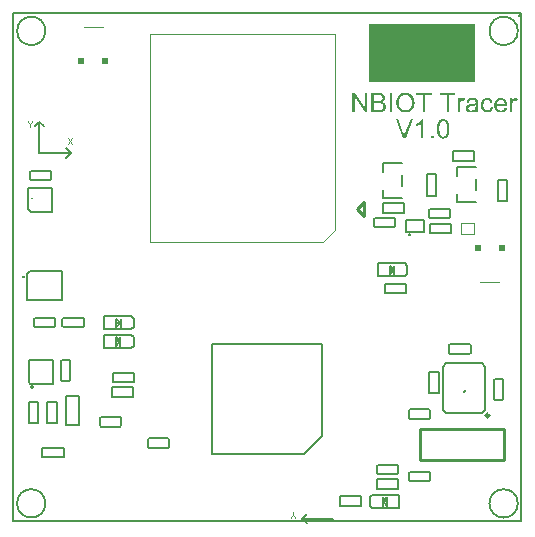
<source format=gto>
%FSLAX25Y25*%
%MOIN*%
G70*
G01*
G75*
%ADD10C,0.01500*%
%ADD11C,0.02000*%
%ADD12R,0.02362X0.02362*%
%ADD13R,0.05000X0.07874*%
%ADD14R,0.05000X0.05000*%
%ADD15R,0.04800X0.05600*%
%ADD16R,0.02362X0.02362*%
%ADD17R,0.02756X0.03347*%
%ADD18O,0.06299X0.01181*%
%ADD19O,0.01181X0.06299*%
%ADD20R,0.06299X0.01181*%
%ADD21C,0.03937*%
G04:AMPARAMS|DCode=22|XSize=41.34mil|YSize=86.61mil|CornerRadius=6.2mil|HoleSize=0mil|Usage=FLASHONLY|Rotation=0.000|XOffset=0mil|YOffset=0mil|HoleType=Round|Shape=RoundedRectangle|*
%AMROUNDEDRECTD22*
21,1,0.04134,0.07421,0,0,0.0*
21,1,0.02894,0.08661,0,0,0.0*
1,1,0.01240,0.01447,-0.03711*
1,1,0.01240,-0.01447,-0.03711*
1,1,0.01240,-0.01447,0.03711*
1,1,0.01240,0.01447,0.03711*
%
%ADD22ROUNDEDRECTD22*%
G04:AMPARAMS|DCode=23|XSize=39.37mil|YSize=41.34mil|CornerRadius=5.91mil|HoleSize=0mil|Usage=FLASHONLY|Rotation=0.000|XOffset=0mil|YOffset=0mil|HoleType=Round|Shape=RoundedRectangle|*
%AMROUNDEDRECTD23*
21,1,0.03937,0.02953,0,0,0.0*
21,1,0.02756,0.04134,0,0,0.0*
1,1,0.01181,0.01378,-0.01476*
1,1,0.01181,-0.01378,-0.01476*
1,1,0.01181,-0.01378,0.01476*
1,1,0.01181,0.01378,0.01476*
%
%ADD23ROUNDEDRECTD23*%
%ADD24R,0.00984X0.01083*%
%ADD25R,0.01083X0.00984*%
%ADD26R,0.03347X0.02756*%
%ADD27R,0.01890X0.01181*%
%ADD28R,0.01181X0.01890*%
%ADD29R,0.00984X0.01083*%
%ADD30R,0.01083X0.00984*%
%ADD31R,0.00787X0.01378*%
%ADD32R,0.01181X0.01378*%
%ADD33R,0.00984X0.01378*%
%ADD34R,0.01181X0.01181*%
%ADD35R,0.03937X0.02362*%
%ADD36R,0.03937X0.03150*%
%ADD37R,0.03150X0.03937*%
%ADD38R,0.09843X0.11811*%
%ADD39O,0.07087X0.02362*%
%ADD40O,0.02362X0.07087*%
%ADD41C,0.00800*%
%ADD42C,0.01000*%
%ADD43C,0.00500*%
%ADD44C,0.00600*%
%ADD45R,0.12000X0.09600*%
%ADD46C,0.02000*%
%ADD47C,0.04000*%
%ADD48C,0.03000*%
%ADD49C,0.05000*%
%ADD50C,0.04000*%
%ADD51C,0.03000*%
%ADD52R,0.05906X0.03150*%
%ADD53R,0.07874X0.07087*%
%ADD54R,0.05906X0.05118*%
%ADD55R,0.02362X0.03937*%
%ADD56R,0.07874X0.07874*%
%ADD57P,0.03341X4X90.0*%
%ADD58R,0.09843X0.01969*%
%ADD59O,0.03937X0.07874*%
%ADD60R,0.08661X0.11811*%
G04:AMPARAMS|DCode=61|XSize=45mil|YSize=65mil|CornerRadius=5.63mil|HoleSize=0mil|Usage=FLASHONLY|Rotation=0.000|XOffset=0mil|YOffset=0mil|HoleType=Round|Shape=RoundedRectangle|*
%AMROUNDEDRECTD61*
21,1,0.04500,0.05375,0,0,0.0*
21,1,0.03375,0.06500,0,0,0.0*
1,1,0.01125,0.01688,-0.02688*
1,1,0.01125,-0.01688,-0.02688*
1,1,0.01125,-0.01688,0.02688*
1,1,0.01125,0.01688,0.02688*
%
%ADD61ROUNDEDRECTD61*%
%ADD62O,0.02953X0.01772*%
%ADD63R,0.11811X0.19685*%
%ADD64O,0.08661X0.02362*%
%ADD65R,0.07087X0.04331*%
%ADD66O,0.01378X0.02756*%
%ADD67R,0.05118X0.03937*%
%ADD68R,0.01200X0.01800*%
%ADD69R,0.02559X0.04921*%
%ADD70R,0.03937X0.05118*%
%ADD71R,0.04921X0.02559*%
%ADD72C,0.00787*%
%ADD73O,0.07874X0.03937*%
%ADD74R,0.10738X0.04200*%
%ADD75C,0.01200*%
%ADD76C,0.00300*%
%ADD77C,0.00400*%
%ADD78R,0.35200X0.19400*%
%ADD79R,0.02228X0.02472*%
G36*
X147316Y141949D02*
X145206D01*
Y136300D01*
X144359D01*
Y141949D01*
X142249D01*
Y142706D01*
X147316D01*
Y141949D01*
D02*
G37*
G36*
X139369D02*
X137259D01*
Y136300D01*
X136413D01*
Y141949D01*
X134303D01*
Y142706D01*
X139369D01*
Y141949D01*
D02*
G37*
G36*
X117945Y136300D02*
X117071D01*
X113712Y141325D01*
Y136300D01*
X112900D01*
Y142706D01*
X113768D01*
X117133Y137674D01*
Y142706D01*
X117945D01*
Y136300D01*
D02*
G37*
G36*
X153180Y141040D02*
X153242D01*
X153374Y141026D01*
X153527Y141012D01*
X153686Y140984D01*
X153846Y140950D01*
X153992Y140901D01*
X153999D01*
X154006Y140894D01*
X154026Y140887D01*
X154054Y140874D01*
X154117Y140846D01*
X154200Y140804D01*
X154290Y140755D01*
X154380Y140693D01*
X154464Y140624D01*
X154540Y140547D01*
X154547Y140540D01*
X154568Y140513D01*
X154603Y140464D01*
X154637Y140401D01*
X154679Y140325D01*
X154720Y140235D01*
X154762Y140131D01*
X154790Y140013D01*
Y140006D01*
X154797Y139971D01*
X154804Y139923D01*
X154811Y139846D01*
X154818Y139749D01*
X154824Y139624D01*
Y139548D01*
X154832Y139472D01*
Y139388D01*
Y139291D01*
Y138243D01*
Y138229D01*
Y138195D01*
Y138139D01*
Y138070D01*
Y137979D01*
Y137882D01*
X154838Y137771D01*
Y137660D01*
X154845Y137424D01*
Y137306D01*
X154852Y137195D01*
X154859Y137091D01*
X154866Y137001D01*
X154873Y136918D01*
X154880Y136855D01*
Y136841D01*
X154887Y136807D01*
X154901Y136751D01*
X154922Y136675D01*
X154949Y136591D01*
X154984Y136501D01*
X155026Y136397D01*
X155074Y136300D01*
X154255D01*
X154248Y136314D01*
X154235Y136342D01*
X154214Y136397D01*
X154193Y136467D01*
X154165Y136550D01*
X154138Y136647D01*
X154117Y136758D01*
X154103Y136883D01*
X154096Y136876D01*
X154082Y136869D01*
X154061Y136848D01*
X154026Y136820D01*
X153985Y136793D01*
X153943Y136751D01*
X153832Y136675D01*
X153700Y136584D01*
X153561Y136494D01*
X153409Y136418D01*
X153256Y136349D01*
X153249D01*
X153235Y136342D01*
X153215Y136335D01*
X153187Y136328D01*
X153152Y136314D01*
X153103Y136300D01*
X152999Y136272D01*
X152867Y136244D01*
X152722Y136217D01*
X152562Y136203D01*
X152389Y136196D01*
X152312D01*
X152264Y136203D01*
X152201Y136210D01*
X152125Y136217D01*
X152042Y136224D01*
X151958Y136244D01*
X151764Y136286D01*
X151570Y136349D01*
X151479Y136390D01*
X151382Y136446D01*
X151299Y136501D01*
X151216Y136564D01*
X151209Y136571D01*
X151195Y136584D01*
X151181Y136605D01*
X151153Y136633D01*
X151119Y136668D01*
X151084Y136716D01*
X151049Y136765D01*
X151014Y136827D01*
X150938Y136959D01*
X150869Y137126D01*
X150841Y137216D01*
X150827Y137313D01*
X150813Y137417D01*
X150806Y137521D01*
Y137528D01*
Y137535D01*
Y137577D01*
X150813Y137646D01*
X150827Y137730D01*
X150841Y137827D01*
X150869Y137931D01*
X150910Y138035D01*
X150959Y138146D01*
X150966Y138160D01*
X150987Y138195D01*
X151021Y138243D01*
X151070Y138313D01*
X151126Y138382D01*
X151195Y138458D01*
X151271Y138528D01*
X151362Y138597D01*
X151375Y138604D01*
X151410Y138625D01*
X151459Y138660D01*
X151528Y138694D01*
X151611Y138736D01*
X151708Y138778D01*
X151820Y138819D01*
X151931Y138854D01*
X151944D01*
X151972Y138868D01*
X152028Y138875D01*
X152104Y138896D01*
X152201Y138909D01*
X152326Y138930D01*
X152465Y138951D01*
X152631Y138972D01*
X152645D01*
X152673Y138979D01*
X152722Y138986D01*
X152784Y138993D01*
X152867Y139007D01*
X152958Y139021D01*
X153055Y139034D01*
X153166Y139048D01*
X153395Y139090D01*
X153624Y139138D01*
X153735Y139166D01*
X153846Y139194D01*
X153943Y139222D01*
X154033Y139250D01*
Y139256D01*
Y139277D01*
Y139305D01*
X154040Y139333D01*
Y139402D01*
Y139430D01*
Y139451D01*
Y139458D01*
Y139472D01*
Y139499D01*
Y139527D01*
X154026Y139610D01*
X154013Y139715D01*
X153985Y139825D01*
X153943Y139937D01*
X153888Y140041D01*
X153811Y140124D01*
X153797Y140138D01*
X153784Y140152D01*
X153756Y140166D01*
X153721Y140186D01*
X153686Y140207D01*
X153589Y140263D01*
X153464Y140311D01*
X153312Y140353D01*
X153131Y140381D01*
X152923Y140395D01*
X152833D01*
X152784Y140388D01*
X152736D01*
X152611Y140374D01*
X152479Y140346D01*
X152347Y140311D01*
X152215Y140263D01*
X152104Y140200D01*
X152090Y140193D01*
X152062Y140166D01*
X152014Y140110D01*
X151958Y140041D01*
X151896Y139950D01*
X151827Y139825D01*
X151771Y139687D01*
X151743Y139603D01*
X151715Y139513D01*
X150945Y139617D01*
Y139624D01*
X150952Y139638D01*
X150959Y139666D01*
X150966Y139701D01*
X150980Y139742D01*
X150994Y139791D01*
X151028Y139902D01*
X151077Y140027D01*
X151133Y140159D01*
X151202Y140290D01*
X151285Y140409D01*
Y140415D01*
X151299Y140422D01*
X151334Y140457D01*
X151389Y140513D01*
X151466Y140582D01*
X151563Y140658D01*
X151681Y140735D01*
X151820Y140811D01*
X151979Y140880D01*
X151986D01*
X152000Y140887D01*
X152028Y140894D01*
X152062Y140908D01*
X152104Y140922D01*
X152153Y140936D01*
X152215Y140950D01*
X152285Y140964D01*
X152354Y140978D01*
X152437Y140991D01*
X152618Y141019D01*
X152819Y141040D01*
X153034Y141047D01*
X153131D01*
X153180Y141040D01*
D02*
G37*
G36*
X162514D02*
X162576D01*
X162660Y141026D01*
X162750Y141012D01*
X162854Y140991D01*
X162965Y140971D01*
X163083Y140936D01*
X163201Y140894D01*
X163333Y140839D01*
X163458Y140776D01*
X163583Y140707D01*
X163708Y140617D01*
X163833Y140519D01*
X163944Y140409D01*
X163951Y140401D01*
X163971Y140381D01*
X163999Y140346D01*
X164034Y140290D01*
X164083Y140228D01*
X164131Y140152D01*
X164187Y140055D01*
X164242Y139950D01*
X164291Y139832D01*
X164346Y139701D01*
X164395Y139555D01*
X164443Y139395D01*
X164478Y139222D01*
X164506Y139034D01*
X164527Y138840D01*
X164534Y138632D01*
Y138618D01*
Y138583D01*
Y138514D01*
X164527Y138424D01*
X161064D01*
Y138417D01*
Y138389D01*
X161071Y138347D01*
X161077Y138299D01*
X161084Y138229D01*
X161098Y138160D01*
X161112Y138077D01*
X161133Y137986D01*
X161188Y137799D01*
X161265Y137598D01*
X161313Y137508D01*
X161362Y137410D01*
X161425Y137327D01*
X161494Y137244D01*
X161501Y137237D01*
X161515Y137230D01*
X161536Y137209D01*
X161563Y137181D01*
X161605Y137154D01*
X161647Y137119D01*
X161702Y137077D01*
X161765Y137043D01*
X161903Y136966D01*
X162070Y136904D01*
X162160Y136876D01*
X162257Y136862D01*
X162361Y136848D01*
X162466Y136841D01*
X162507D01*
X162535Y136848D01*
X162618Y136855D01*
X162722Y136869D01*
X162833Y136897D01*
X162958Y136939D01*
X163083Y136987D01*
X163201Y137063D01*
X163208D01*
X163215Y137077D01*
X163250Y137105D01*
X163305Y137161D01*
X163375Y137244D01*
X163451Y137341D01*
X163534Y137473D01*
X163618Y137626D01*
X163687Y137799D01*
X164506Y137695D01*
Y137688D01*
X164499Y137660D01*
X164485Y137626D01*
X164464Y137577D01*
X164443Y137514D01*
X164416Y137445D01*
X164381Y137369D01*
X164346Y137285D01*
X164249Y137112D01*
X164124Y136925D01*
X164048Y136834D01*
X163971Y136744D01*
X163888Y136661D01*
X163791Y136584D01*
X163784Y136578D01*
X163770Y136571D01*
X163735Y136550D01*
X163701Y136522D01*
X163645Y136494D01*
X163583Y136460D01*
X163513Y136425D01*
X163430Y136390D01*
X163340Y136355D01*
X163236Y136321D01*
X163132Y136286D01*
X163014Y136258D01*
X162889Y136231D01*
X162757Y136210D01*
X162611Y136203D01*
X162466Y136196D01*
X162424D01*
X162368Y136203D01*
X162299D01*
X162209Y136217D01*
X162111Y136231D01*
X162001Y136251D01*
X161882Y136272D01*
X161758Y136307D01*
X161626Y136349D01*
X161487Y136397D01*
X161355Y136460D01*
X161216Y136529D01*
X161091Y136612D01*
X160966Y136709D01*
X160848Y136820D01*
X160842Y136827D01*
X160821Y136848D01*
X160793Y136883D01*
X160758Y136939D01*
X160710Y137001D01*
X160661Y137077D01*
X160606Y137168D01*
X160557Y137272D01*
X160502Y137390D01*
X160446Y137521D01*
X160397Y137667D01*
X160349Y137827D01*
X160314Y137993D01*
X160286Y138174D01*
X160266Y138368D01*
X160259Y138576D01*
Y138590D01*
Y138625D01*
X160266Y138687D01*
Y138771D01*
X160279Y138868D01*
X160293Y138979D01*
X160307Y139111D01*
X160335Y139243D01*
X160363Y139388D01*
X160404Y139534D01*
X160453Y139687D01*
X160508Y139839D01*
X160578Y139985D01*
X160661Y140131D01*
X160751Y140270D01*
X160855Y140395D01*
X160862Y140401D01*
X160883Y140422D01*
X160918Y140457D01*
X160966Y140499D01*
X161022Y140547D01*
X161098Y140603D01*
X161182Y140658D01*
X161279Y140721D01*
X161383Y140783D01*
X161501Y140839D01*
X161633Y140894D01*
X161772Y140943D01*
X161924Y140984D01*
X162077Y141019D01*
X162250Y141040D01*
X162424Y141047D01*
X162466D01*
X162514Y141040D01*
D02*
G37*
G36*
X130777Y142810D02*
X130861Y142803D01*
X130951Y142796D01*
X131048Y142782D01*
X131159Y142761D01*
X131284Y142740D01*
X131409Y142713D01*
X131541Y142678D01*
X131680Y142636D01*
X131818Y142588D01*
X131957Y142532D01*
X132089Y142470D01*
X132228Y142393D01*
X132235Y142386D01*
X132263Y142373D01*
X132297Y142352D01*
X132346Y142317D01*
X132408Y142275D01*
X132471Y142220D01*
X132547Y142157D01*
X132630Y142088D01*
X132721Y142005D01*
X132811Y141914D01*
X132901Y141817D01*
X132991Y141713D01*
X133075Y141602D01*
X133165Y141477D01*
X133241Y141345D01*
X133317Y141207D01*
X133324Y141200D01*
X133331Y141172D01*
X133352Y141130D01*
X133373Y141075D01*
X133408Y141005D01*
X133435Y140915D01*
X133470Y140818D01*
X133505Y140707D01*
X133540Y140589D01*
X133574Y140457D01*
X133609Y140311D01*
X133637Y140166D01*
X133658Y140006D01*
X133678Y139839D01*
X133685Y139673D01*
X133692Y139492D01*
Y139479D01*
Y139451D01*
Y139395D01*
X133685Y139326D01*
X133678Y139243D01*
X133671Y139145D01*
X133658Y139034D01*
X133644Y138909D01*
X133623Y138778D01*
X133595Y138639D01*
X133567Y138493D01*
X133526Y138347D01*
X133477Y138195D01*
X133429Y138049D01*
X133366Y137896D01*
X133297Y137750D01*
X133290Y137743D01*
X133276Y137716D01*
X133255Y137674D01*
X133227Y137626D01*
X133186Y137563D01*
X133137Y137487D01*
X133075Y137404D01*
X133012Y137313D01*
X132936Y137223D01*
X132852Y137126D01*
X132755Y137029D01*
X132658Y136932D01*
X132554Y136841D01*
X132436Y136751D01*
X132311Y136661D01*
X132179Y136584D01*
X132172Y136578D01*
X132145Y136571D01*
X132110Y136550D01*
X132054Y136522D01*
X131985Y136494D01*
X131909Y136460D01*
X131818Y136425D01*
X131714Y136390D01*
X131603Y136355D01*
X131485Y136321D01*
X131353Y136286D01*
X131222Y136258D01*
X130930Y136210D01*
X130777Y136203D01*
X130625Y136196D01*
X130535D01*
X130472Y136203D01*
X130396Y136210D01*
X130299Y136217D01*
X130201Y136231D01*
X130083Y136251D01*
X129965Y136272D01*
X129834Y136300D01*
X129702Y136335D01*
X129563Y136376D01*
X129424Y136425D01*
X129285Y136487D01*
X129147Y136550D01*
X129008Y136626D01*
X129001Y136633D01*
X128980Y136647D01*
X128938Y136675D01*
X128890Y136709D01*
X128834Y136751D01*
X128765Y136807D01*
X128689Y136869D01*
X128605Y136939D01*
X128515Y137022D01*
X128432Y137112D01*
X128341Y137209D01*
X128251Y137313D01*
X128161Y137431D01*
X128078Y137549D01*
X128001Y137681D01*
X127925Y137820D01*
X127918Y137827D01*
X127911Y137855D01*
X127890Y137896D01*
X127870Y137952D01*
X127842Y138021D01*
X127814Y138104D01*
X127779Y138195D01*
X127745Y138306D01*
X127710Y138417D01*
X127675Y138542D01*
X127647Y138673D01*
X127620Y138812D01*
X127578Y139104D01*
X127571Y139263D01*
X127564Y139416D01*
Y139423D01*
Y139437D01*
Y139458D01*
Y139486D01*
X127571Y139527D01*
Y139569D01*
X127578Y139680D01*
X127592Y139812D01*
X127613Y139971D01*
X127634Y140138D01*
X127668Y140325D01*
X127717Y140526D01*
X127772Y140728D01*
X127842Y140936D01*
X127925Y141144D01*
X128022Y141352D01*
X128133Y141547D01*
X128265Y141741D01*
X128418Y141914D01*
X128425Y141921D01*
X128460Y141956D01*
X128508Y141998D01*
X128570Y142053D01*
X128661Y142123D01*
X128758Y142199D01*
X128876Y142282D01*
X129015Y142366D01*
X129167Y142449D01*
X129334Y142532D01*
X129514Y142608D01*
X129716Y142678D01*
X129924Y142733D01*
X130146Y142775D01*
X130382Y142810D01*
X130632Y142817D01*
X130715D01*
X130777Y142810D01*
D02*
G37*
G36*
X126329Y136300D02*
X125482D01*
Y142706D01*
X126329D01*
Y136300D01*
D02*
G37*
G36*
X121915Y142699D02*
X121991D01*
X122068Y142692D01*
X122158Y142678D01*
X122338Y142657D01*
X122540Y142622D01*
X122727Y142574D01*
X122907Y142504D01*
X122914D01*
X122928Y142497D01*
X122949Y142483D01*
X122984Y142470D01*
X123060Y142421D01*
X123164Y142359D01*
X123275Y142275D01*
X123386Y142171D01*
X123497Y142046D01*
X123601Y141908D01*
Y141901D01*
X123615Y141887D01*
X123622Y141866D01*
X123643Y141838D01*
X123664Y141803D01*
X123685Y141755D01*
X123733Y141651D01*
X123775Y141526D01*
X123817Y141380D01*
X123844Y141227D01*
X123858Y141061D01*
Y141054D01*
Y141040D01*
Y141019D01*
Y140991D01*
X123844Y140915D01*
X123830Y140811D01*
X123803Y140693D01*
X123761Y140561D01*
X123706Y140429D01*
X123629Y140290D01*
Y140284D01*
X123622Y140277D01*
X123608Y140256D01*
X123588Y140228D01*
X123539Y140166D01*
X123463Y140082D01*
X123372Y139992D01*
X123255Y139895D01*
X123123Y139798D01*
X122963Y139708D01*
X122970D01*
X122991Y139701D01*
X123019Y139687D01*
X123060Y139673D01*
X123109Y139652D01*
X123164Y139631D01*
X123289Y139569D01*
X123435Y139492D01*
X123581Y139388D01*
X123726Y139270D01*
X123851Y139125D01*
X123858Y139118D01*
X123865Y139104D01*
X123879Y139083D01*
X123900Y139055D01*
X123928Y139014D01*
X123955Y138965D01*
X123983Y138909D01*
X124011Y138847D01*
X124066Y138708D01*
X124122Y138542D01*
X124157Y138354D01*
X124171Y138257D01*
Y138153D01*
Y138146D01*
Y138132D01*
Y138111D01*
Y138077D01*
X124164Y138035D01*
Y137993D01*
X124150Y137882D01*
X124122Y137750D01*
X124087Y137612D01*
X124039Y137459D01*
X123976Y137313D01*
Y137306D01*
X123969Y137299D01*
X123955Y137278D01*
X123942Y137251D01*
X123900Y137181D01*
X123844Y137098D01*
X123782Y137001D01*
X123699Y136904D01*
X123608Y136807D01*
X123504Y136716D01*
X123490Y136709D01*
X123456Y136682D01*
X123393Y136647D01*
X123310Y136598D01*
X123213Y136550D01*
X123095Y136494D01*
X122956Y136446D01*
X122803Y136404D01*
X122796D01*
X122783Y136397D01*
X122762D01*
X122727Y136390D01*
X122685Y136383D01*
X122637Y136369D01*
X122581Y136363D01*
X122519Y136355D01*
X122449Y136342D01*
X122366Y136335D01*
X122193Y136314D01*
X121991Y136307D01*
X121769Y136300D01*
X119333D01*
Y142706D01*
X121853D01*
X121915Y142699D01*
D02*
G37*
G36*
X158045Y141040D02*
X158107Y141033D01*
X158184Y141026D01*
X158267Y141012D01*
X158357Y140998D01*
X158551Y140950D01*
X158759Y140880D01*
X158864Y140839D01*
X158968Y140790D01*
X159065Y140728D01*
X159155Y140658D01*
X159162Y140651D01*
X159176Y140638D01*
X159204Y140617D01*
X159231Y140589D01*
X159273Y140547D01*
X159315Y140499D01*
X159363Y140443D01*
X159412Y140381D01*
X159467Y140304D01*
X159516Y140228D01*
X159572Y140138D01*
X159620Y140041D01*
X159662Y139937D01*
X159703Y139825D01*
X159745Y139701D01*
X159773Y139576D01*
X159009Y139458D01*
Y139465D01*
X159002Y139479D01*
X158995Y139499D01*
X158988Y139534D01*
X158961Y139617D01*
X158919Y139721D01*
X158864Y139832D01*
X158801Y139950D01*
X158718Y140061D01*
X158621Y140159D01*
X158607Y140173D01*
X158572Y140200D01*
X158510Y140235D01*
X158433Y140284D01*
X158336Y140325D01*
X158225Y140367D01*
X158093Y140395D01*
X157955Y140401D01*
X157899D01*
X157857Y140395D01*
X157802Y140388D01*
X157746Y140381D01*
X157607Y140346D01*
X157455Y140297D01*
X157378Y140263D01*
X157295Y140221D01*
X157219Y140173D01*
X157136Y140110D01*
X157059Y140048D01*
X156990Y139971D01*
X156983Y139964D01*
X156976Y139950D01*
X156955Y139930D01*
X156934Y139888D01*
X156906Y139846D01*
X156872Y139791D01*
X156837Y139721D01*
X156809Y139645D01*
X156775Y139555D01*
X156740Y139458D01*
X156705Y139347D01*
X156677Y139222D01*
X156657Y139090D01*
X156636Y138951D01*
X156629Y138792D01*
X156622Y138625D01*
Y138618D01*
Y138583D01*
Y138535D01*
X156629Y138472D01*
X156636Y138396D01*
X156643Y138306D01*
X156650Y138208D01*
X156664Y138104D01*
X156705Y137882D01*
X156775Y137653D01*
X156809Y137549D01*
X156858Y137445D01*
X156913Y137348D01*
X156976Y137265D01*
X156983Y137258D01*
X156990Y137244D01*
X157011Y137223D01*
X157038Y137202D01*
X157080Y137168D01*
X157122Y137133D01*
X157170Y137091D01*
X157226Y137057D01*
X157365Y136973D01*
X157524Y136911D01*
X157614Y136883D01*
X157705Y136862D01*
X157809Y136848D01*
X157913Y136841D01*
X157955D01*
X157989Y136848D01*
X158031D01*
X158072Y136855D01*
X158184Y136876D01*
X158301Y136911D01*
X158433Y136959D01*
X158558Y137029D01*
X158683Y137119D01*
X158690Y137126D01*
X158697Y137133D01*
X158732Y137174D01*
X158787Y137244D01*
X158815Y137285D01*
X158850Y137334D01*
X158884Y137397D01*
X158919Y137459D01*
X158947Y137528D01*
X158982Y137612D01*
X159009Y137695D01*
X159037Y137792D01*
X159058Y137889D01*
X159079Y138000D01*
X159849Y137896D01*
Y137889D01*
X159842Y137862D01*
X159835Y137820D01*
X159821Y137764D01*
X159801Y137695D01*
X159780Y137619D01*
X159752Y137535D01*
X159717Y137438D01*
X159634Y137244D01*
X159578Y137140D01*
X159516Y137036D01*
X159453Y136932D01*
X159377Y136827D01*
X159287Y136737D01*
X159197Y136647D01*
X159190Y136640D01*
X159176Y136626D01*
X159141Y136605D01*
X159107Y136578D01*
X159051Y136543D01*
X158995Y136501D01*
X158919Y136467D01*
X158843Y136425D01*
X158753Y136376D01*
X158655Y136342D01*
X158551Y136300D01*
X158440Y136265D01*
X158315Y136238D01*
X158190Y136217D01*
X158059Y136203D01*
X157920Y136196D01*
X157878D01*
X157830Y136203D01*
X157760D01*
X157684Y136217D01*
X157587Y136231D01*
X157483Y136244D01*
X157371Y136272D01*
X157254Y136307D01*
X157129Y136349D01*
X157004Y136397D01*
X156872Y136460D01*
X156747Y136529D01*
X156622Y136612D01*
X156504Y136703D01*
X156393Y136814D01*
X156386Y136820D01*
X156365Y136841D01*
X156337Y136876D01*
X156303Y136932D01*
X156261Y136994D01*
X156212Y137070D01*
X156157Y137168D01*
X156108Y137272D01*
X156053Y137390D01*
X155997Y137521D01*
X155949Y137667D01*
X155907Y137827D01*
X155872Y138000D01*
X155845Y138188D01*
X155824Y138389D01*
X155817Y138597D01*
Y138604D01*
Y138632D01*
Y138673D01*
X155824Y138722D01*
Y138792D01*
X155831Y138868D01*
X155838Y138951D01*
X155845Y139048D01*
X155879Y139250D01*
X155921Y139472D01*
X155977Y139701D01*
X156060Y139916D01*
Y139923D01*
X156074Y139944D01*
X156088Y139971D01*
X156108Y140006D01*
X156136Y140055D01*
X156164Y140110D01*
X156247Y140235D01*
X156351Y140367D01*
X156483Y140513D01*
X156636Y140644D01*
X156816Y140762D01*
X156823D01*
X156837Y140776D01*
X156865Y140790D01*
X156906Y140804D01*
X156955Y140832D01*
X157011Y140853D01*
X157073Y140880D01*
X157142Y140908D01*
X157226Y140929D01*
X157309Y140957D01*
X157496Y141005D01*
X157705Y141033D01*
X157920Y141047D01*
X157996D01*
X158045Y141040D01*
D02*
G37*
G36*
X143376Y134019D02*
X143424Y134013D01*
X143549Y133999D01*
X143688Y133978D01*
X143841Y133936D01*
X143993Y133888D01*
X144146Y133818D01*
X144153D01*
X144167Y133811D01*
X144188Y133797D01*
X144216Y133777D01*
X144285Y133735D01*
X144375Y133666D01*
X144479Y133582D01*
X144583Y133478D01*
X144694Y133353D01*
X144792Y133214D01*
Y133207D01*
X144806Y133194D01*
X144813Y133173D01*
X144833Y133145D01*
X144854Y133110D01*
X144882Y133062D01*
X144903Y133006D01*
X144937Y132951D01*
X145000Y132812D01*
X145062Y132652D01*
X145132Y132465D01*
X145187Y132264D01*
Y132257D01*
X145194Y132236D01*
X145201Y132208D01*
X145208Y132160D01*
X145222Y132104D01*
X145236Y132035D01*
X145250Y131958D01*
X145264Y131868D01*
X145271Y131764D01*
X145284Y131653D01*
X145298Y131528D01*
X145312Y131396D01*
X145319Y131250D01*
X145326Y131098D01*
X145333Y130931D01*
Y130758D01*
Y130744D01*
Y130709D01*
Y130647D01*
Y130570D01*
X145326Y130473D01*
X145319Y130369D01*
X145312Y130244D01*
X145305Y130112D01*
X145291Y129966D01*
X145277Y129821D01*
X145236Y129515D01*
X145173Y129217D01*
X145139Y129071D01*
X145097Y128939D01*
Y128932D01*
X145083Y128912D01*
X145076Y128870D01*
X145055Y128828D01*
X145028Y128766D01*
X145000Y128703D01*
X144965Y128627D01*
X144923Y128544D01*
X144826Y128370D01*
X144708Y128197D01*
X144570Y128023D01*
X144486Y127947D01*
X144403Y127871D01*
X144396Y127864D01*
X144382Y127857D01*
X144354Y127836D01*
X144320Y127815D01*
X144278Y127787D01*
X144223Y127753D01*
X144160Y127718D01*
X144084Y127683D01*
X144007Y127649D01*
X143917Y127614D01*
X143827Y127586D01*
X143723Y127551D01*
X143612Y127531D01*
X143494Y127510D01*
X143376Y127503D01*
X143244Y127496D01*
X143202D01*
X143154Y127503D01*
X143091Y127510D01*
X143015Y127517D01*
X142925Y127531D01*
X142828Y127551D01*
X142717Y127579D01*
X142605Y127614D01*
X142488Y127655D01*
X142363Y127711D01*
X142245Y127773D01*
X142127Y127850D01*
X142009Y127940D01*
X141898Y128037D01*
X141794Y128155D01*
X141787Y128162D01*
X141766Y128190D01*
X141738Y128238D01*
X141696Y128308D01*
X141648Y128398D01*
X141592Y128502D01*
X141537Y128634D01*
X141481Y128780D01*
X141419Y128953D01*
X141363Y129141D01*
X141308Y129356D01*
X141259Y129592D01*
X141218Y129849D01*
X141190Y130126D01*
X141169Y130431D01*
X141162Y130758D01*
Y130772D01*
Y130806D01*
Y130869D01*
X141169Y130945D01*
Y131042D01*
X141176Y131153D01*
X141183Y131278D01*
X141190Y131410D01*
X141204Y131556D01*
X141218Y131702D01*
X141259Y132007D01*
X141315Y132305D01*
X141349Y132451D01*
X141391Y132583D01*
Y132590D01*
X141405Y132611D01*
X141419Y132652D01*
X141433Y132701D01*
X141460Y132756D01*
X141488Y132826D01*
X141523Y132895D01*
X141565Y132978D01*
X141662Y133152D01*
X141787Y133326D01*
X141925Y133499D01*
X142002Y133575D01*
X142085Y133652D01*
X142092Y133659D01*
X142106Y133666D01*
X142134Y133686D01*
X142168Y133707D01*
X142210Y133742D01*
X142265Y133770D01*
X142328Y133804D01*
X142404Y133839D01*
X142481Y133874D01*
X142571Y133908D01*
X142668Y133943D01*
X142765Y133971D01*
X142876Y133992D01*
X142994Y134013D01*
X143119Y134019D01*
X143244Y134026D01*
X143327D01*
X143376Y134019D01*
D02*
G37*
G36*
X167268Y141040D02*
X167303D01*
X167344Y141033D01*
X167448Y141012D01*
X167573Y140984D01*
X167705Y140936D01*
X167858Y140874D01*
X168010Y140790D01*
X167733Y140061D01*
X167719Y140068D01*
X167684Y140089D01*
X167629Y140117D01*
X167552Y140152D01*
X167469Y140180D01*
X167372Y140207D01*
X167268Y140228D01*
X167157Y140235D01*
X167115D01*
X167067Y140228D01*
X167004Y140214D01*
X166928Y140193D01*
X166852Y140166D01*
X166775Y140131D01*
X166692Y140075D01*
X166685Y140068D01*
X166657Y140048D01*
X166622Y140013D01*
X166581Y139964D01*
X166532Y139902D01*
X166484Y139832D01*
X166442Y139742D01*
X166401Y139645D01*
Y139638D01*
X166393Y139624D01*
X166387Y139603D01*
X166380Y139576D01*
X166373Y139534D01*
X166359Y139486D01*
X166338Y139374D01*
X166317Y139236D01*
X166296Y139083D01*
X166282Y138909D01*
X166276Y138729D01*
Y136300D01*
X165491D01*
Y140943D01*
X166199D01*
Y140242D01*
X166213Y140256D01*
X166227Y140284D01*
X166248Y140311D01*
X166296Y140401D01*
X166366Y140499D01*
X166442Y140610D01*
X166525Y140721D01*
X166609Y140811D01*
X166657Y140853D01*
X166699Y140887D01*
X166713Y140894D01*
X166741Y140915D01*
X166789Y140936D01*
X166845Y140971D01*
X166921Y140998D01*
X167004Y141019D01*
X167101Y141040D01*
X167199Y141047D01*
X167240D01*
X167268Y141040D01*
D02*
G37*
G36*
X136658Y127600D02*
X135874D01*
Y132604D01*
X135860Y132590D01*
X135825Y132555D01*
X135763Y132507D01*
X135672Y132437D01*
X135568Y132354D01*
X135436Y132264D01*
X135291Y132167D01*
X135124Y132062D01*
X135117D01*
X135103Y132048D01*
X135083Y132035D01*
X135048Y132021D01*
X135006Y131993D01*
X134958Y131972D01*
X134847Y131910D01*
X134722Y131847D01*
X134583Y131778D01*
X134437Y131715D01*
X134298Y131660D01*
Y132416D01*
X134305Y132423D01*
X134326Y132430D01*
X134361Y132451D01*
X134409Y132472D01*
X134465Y132500D01*
X134534Y132541D01*
X134611Y132583D01*
X134687Y132625D01*
X134867Y132736D01*
X135062Y132868D01*
X135263Y133006D01*
X135450Y133166D01*
X135457Y133173D01*
X135471Y133187D01*
X135499Y133207D01*
X135534Y133242D01*
X135568Y133284D01*
X135617Y133326D01*
X135721Y133443D01*
X135839Y133568D01*
X135957Y133714D01*
X136061Y133867D01*
X136151Y134026D01*
X136658D01*
Y127600D01*
D02*
G37*
G36*
X130752D02*
X129878D01*
X127393Y134006D01*
X128316D01*
X129982Y129349D01*
Y129342D01*
X129989Y129321D01*
X130002Y129293D01*
X130016Y129252D01*
X130030Y129203D01*
X130051Y129148D01*
X130072Y129085D01*
X130100Y129009D01*
X130148Y128849D01*
X130204Y128676D01*
X130259Y128488D01*
X130315Y128301D01*
Y128308D01*
X130322Y128322D01*
X130329Y128357D01*
X130343Y128391D01*
X130356Y128440D01*
X130370Y128495D01*
X130391Y128558D01*
X130412Y128627D01*
X130461Y128787D01*
X130523Y128967D01*
X130592Y129155D01*
X130662Y129349D01*
X132390Y134006D01*
X133250D01*
X130752Y127600D01*
D02*
G37*
G36*
X140010D02*
X139115D01*
Y128495D01*
X140010D01*
Y127600D01*
D02*
G37*
G36*
X149862Y141040D02*
X149897D01*
X149939Y141033D01*
X150043Y141012D01*
X150168Y140984D01*
X150300Y140936D01*
X150452Y140874D01*
X150605Y140790D01*
X150327Y140061D01*
X150313Y140068D01*
X150279Y140089D01*
X150223Y140117D01*
X150147Y140152D01*
X150064Y140180D01*
X149967Y140207D01*
X149862Y140228D01*
X149751Y140235D01*
X149710D01*
X149661Y140228D01*
X149599Y140214D01*
X149522Y140193D01*
X149446Y140166D01*
X149370Y140131D01*
X149286Y140075D01*
X149279Y140068D01*
X149252Y140048D01*
X149217Y140013D01*
X149175Y139964D01*
X149127Y139902D01*
X149078Y139832D01*
X149037Y139742D01*
X148995Y139645D01*
Y139638D01*
X148988Y139624D01*
X148981Y139603D01*
X148974Y139576D01*
X148967Y139534D01*
X148953Y139486D01*
X148933Y139374D01*
X148912Y139236D01*
X148891Y139083D01*
X148877Y138909D01*
X148870Y138729D01*
Y136300D01*
X148086D01*
Y140943D01*
X148794D01*
Y140242D01*
X148808Y140256D01*
X148821Y140284D01*
X148842Y140311D01*
X148891Y140401D01*
X148960Y140499D01*
X149037Y140610D01*
X149120Y140721D01*
X149203Y140811D01*
X149252Y140853D01*
X149293Y140887D01*
X149307Y140894D01*
X149335Y140915D01*
X149384Y140936D01*
X149439Y140971D01*
X149515Y140998D01*
X149599Y141019D01*
X149696Y141040D01*
X149793Y141047D01*
X149835D01*
X149862Y141040D01*
D02*
G37*
%LPC*%
G36*
X121582Y141949D02*
X120180D01*
Y140013D01*
X121700D01*
X121755Y140020D01*
X121873D01*
X122005Y140027D01*
X122144Y140041D01*
X122269Y140061D01*
X122325Y140068D01*
X122373Y140082D01*
X122380D01*
X122387Y140089D01*
X122429Y140103D01*
X122484Y140124D01*
X122554Y140159D01*
X122630Y140200D01*
X122713Y140256D01*
X122790Y140325D01*
X122859Y140401D01*
X122866Y140415D01*
X122887Y140443D01*
X122914Y140492D01*
X122942Y140554D01*
X122970Y140638D01*
X122998Y140735D01*
X123019Y140839D01*
X123026Y140964D01*
Y140971D01*
Y140978D01*
Y141019D01*
X123019Y141075D01*
X123005Y141151D01*
X122984Y141241D01*
X122956Y141338D01*
X122921Y141436D01*
X122866Y141526D01*
X122859Y141540D01*
X122838Y141568D01*
X122803Y141609D01*
X122755Y141658D01*
X122692Y141713D01*
X122616Y141769D01*
X122533Y141817D01*
X122429Y141859D01*
X122415Y141866D01*
X122401D01*
X122373Y141873D01*
X122345Y141880D01*
X122304Y141887D01*
X122255Y141894D01*
X122206Y141908D01*
X122144Y141914D01*
X122068Y141921D01*
X121991Y141928D01*
X121901Y141935D01*
X121804Y141942D01*
X121700D01*
X121582Y141949D01*
D02*
G37*
G36*
X143237Y133374D02*
X143189D01*
X143147Y133367D01*
X143105Y133360D01*
X143050Y133353D01*
X142925Y133319D01*
X142786Y133263D01*
X142717Y133228D01*
X142640Y133180D01*
X142571Y133131D01*
X142501Y133069D01*
X142432Y132999D01*
X142370Y132916D01*
X142363Y132909D01*
X142356Y132888D01*
X142335Y132854D01*
X142307Y132798D01*
X142279Y132729D01*
X142245Y132645D01*
X142203Y132548D01*
X142168Y132423D01*
X142134Y132284D01*
X142092Y132132D01*
X142057Y131951D01*
X142030Y131757D01*
X142002Y131542D01*
X141988Y131299D01*
X141974Y131042D01*
X141967Y130758D01*
Y130751D01*
Y130737D01*
Y130716D01*
Y130688D01*
Y130654D01*
Y130605D01*
X141974Y130501D01*
X141981Y130376D01*
X141988Y130230D01*
X141995Y130071D01*
X142016Y129904D01*
X142057Y129550D01*
X142085Y129377D01*
X142120Y129203D01*
X142161Y129043D01*
X142217Y128898D01*
X142272Y128766D01*
X142335Y128655D01*
X142342Y128648D01*
X142349Y128634D01*
X142370Y128606D01*
X142404Y128572D01*
X142439Y128537D01*
X142481Y128495D01*
X142585Y128398D01*
X142717Y128301D01*
X142876Y128225D01*
X142959Y128190D01*
X143050Y128162D01*
X143147Y128148D01*
X143244Y128141D01*
X143265D01*
X143299Y128148D01*
X143334D01*
X143383Y128155D01*
X143438Y128169D01*
X143563Y128204D01*
X143633Y128232D01*
X143702Y128266D01*
X143778Y128308D01*
X143855Y128363D01*
X143931Y128419D01*
X144007Y128488D01*
X144084Y128572D01*
X144153Y128662D01*
X144160Y128669D01*
X144167Y128690D01*
X144188Y128717D01*
X144209Y128766D01*
X144243Y128828D01*
X144271Y128912D01*
X144306Y129009D01*
X144341Y129120D01*
X144375Y129252D01*
X144410Y129404D01*
X144445Y129571D01*
X144472Y129765D01*
X144493Y129980D01*
X144514Y130216D01*
X144521Y130473D01*
X144528Y130758D01*
Y130765D01*
Y130779D01*
Y130799D01*
Y130827D01*
Y130862D01*
Y130903D01*
X144521Y131015D01*
X144514Y131139D01*
X144507Y131285D01*
X144500Y131445D01*
X144479Y131611D01*
X144438Y131965D01*
X144403Y132139D01*
X144368Y132305D01*
X144327Y132465D01*
X144278Y132618D01*
X144223Y132743D01*
X144153Y132854D01*
X144146Y132861D01*
X144139Y132874D01*
X144118Y132902D01*
X144091Y132937D01*
X144049Y132972D01*
X144007Y133020D01*
X143959Y133069D01*
X143903Y133117D01*
X143772Y133207D01*
X143612Y133291D01*
X143529Y133326D01*
X143431Y133353D01*
X143341Y133367D01*
X143237Y133374D01*
D02*
G37*
G36*
X162424Y140401D02*
X162368D01*
X162334Y140395D01*
X162285Y140388D01*
X162236Y140381D01*
X162105Y140353D01*
X161966Y140311D01*
X161806Y140249D01*
X161730Y140207D01*
X161653Y140159D01*
X161577Y140096D01*
X161508Y140034D01*
X161501Y140027D01*
X161494Y140020D01*
X161473Y139999D01*
X161452Y139971D01*
X161425Y139930D01*
X161390Y139888D01*
X161355Y139839D01*
X161320Y139777D01*
X161286Y139715D01*
X161251Y139638D01*
X161182Y139472D01*
X161133Y139284D01*
X161119Y139180D01*
X161105Y139069D01*
X163701D01*
Y139076D01*
Y139097D01*
X163694Y139125D01*
X163687Y139166D01*
X163680Y139215D01*
X163673Y139270D01*
X163645Y139395D01*
X163604Y139541D01*
X163555Y139687D01*
X163486Y139825D01*
X163402Y139944D01*
X163395Y139950D01*
X163389Y139964D01*
X163361Y139985D01*
X163333Y140013D01*
X163298Y140048D01*
X163250Y140089D01*
X163194Y140131D01*
X163139Y140173D01*
X163069Y140214D01*
X162993Y140256D01*
X162826Y140332D01*
X162736Y140360D01*
X162639Y140381D01*
X162535Y140395D01*
X162424Y140401D01*
D02*
G37*
G36*
X154040Y138632D02*
X154033D01*
X154019Y138625D01*
X153992Y138618D01*
X153957Y138604D01*
X153915Y138583D01*
X153860Y138569D01*
X153790Y138549D01*
X153721Y138528D01*
X153631Y138507D01*
X153534Y138479D01*
X153430Y138458D01*
X153312Y138431D01*
X153187Y138403D01*
X153055Y138382D01*
X152909Y138354D01*
X152750Y138333D01*
X152729D01*
X152701Y138327D01*
X152673Y138320D01*
X152583Y138306D01*
X152479Y138285D01*
X152368Y138264D01*
X152257Y138236D01*
X152153Y138208D01*
X152062Y138174D01*
X152056Y138167D01*
X152028Y138160D01*
X151993Y138139D01*
X151951Y138111D01*
X151896Y138070D01*
X151847Y138028D01*
X151799Y137979D01*
X151750Y137917D01*
X151743Y137910D01*
X151736Y137889D01*
X151715Y137855D01*
X151701Y137806D01*
X151681Y137750D01*
X151660Y137688D01*
X151653Y137619D01*
X151646Y137542D01*
Y137528D01*
X151653Y137494D01*
X151660Y137431D01*
X151674Y137362D01*
X151701Y137278D01*
X151743Y137188D01*
X151806Y137105D01*
X151882Y137022D01*
X151896Y137015D01*
X151924Y136987D01*
X151979Y136959D01*
X152056Y136918D01*
X152153Y136883D01*
X152278Y136848D01*
X152416Y136820D01*
X152576Y136814D01*
X152652D01*
X152694Y136820D01*
X152743Y136827D01*
X152847Y136841D01*
X152979Y136862D01*
X153110Y136897D01*
X153249Y136945D01*
X153388Y137008D01*
X153395D01*
X153402Y137015D01*
X153444Y137043D01*
X153506Y137091D01*
X153589Y137154D01*
X153673Y137230D01*
X153756Y137327D01*
X153839Y137431D01*
X153909Y137556D01*
X153915Y137570D01*
X153929Y137605D01*
X153950Y137667D01*
X153971Y137750D01*
X153992Y137862D01*
X154013Y138000D01*
X154026Y138160D01*
X154033Y138340D01*
X154040Y138632D01*
D02*
G37*
G36*
X130750Y142088D02*
X130590D01*
X130548Y142081D01*
X130479D01*
X130403Y142067D01*
X130313Y142053D01*
X130215Y142032D01*
X130104Y142012D01*
X129986Y141977D01*
X129861Y141935D01*
X129729Y141887D01*
X129605Y141824D01*
X129473Y141755D01*
X129341Y141672D01*
X129209Y141574D01*
X129084Y141463D01*
X129077Y141456D01*
X129056Y141436D01*
X129022Y141394D01*
X128987Y141345D01*
X128931Y141276D01*
X128883Y141193D01*
X128820Y141089D01*
X128765Y140978D01*
X128702Y140839D01*
X128640Y140686D01*
X128591Y140519D01*
X128543Y140332D01*
X128501Y140131D01*
X128466Y139909D01*
X128446Y139666D01*
X128439Y139402D01*
Y139388D01*
Y139354D01*
X128446Y139291D01*
Y139208D01*
X128460Y139111D01*
X128473Y139000D01*
X128487Y138875D01*
X128515Y138743D01*
X128550Y138597D01*
X128591Y138444D01*
X128640Y138299D01*
X128702Y138146D01*
X128772Y137993D01*
X128855Y137848D01*
X128945Y137709D01*
X129056Y137577D01*
X129063Y137570D01*
X129084Y137549D01*
X129119Y137514D01*
X129167Y137473D01*
X129230Y137424D01*
X129306Y137369D01*
X129389Y137306D01*
X129487Y137251D01*
X129591Y137188D01*
X129716Y137126D01*
X129841Y137070D01*
X129979Y137022D01*
X130125Y136980D01*
X130285Y136945D01*
X130444Y136925D01*
X130618Y136918D01*
X130659D01*
X130708Y136925D01*
X130777Y136932D01*
X130861Y136939D01*
X130951Y136952D01*
X131062Y136973D01*
X131173Y137001D01*
X131298Y137036D01*
X131423Y137077D01*
X131555Y137133D01*
X131687Y137202D01*
X131818Y137278D01*
X131950Y137362D01*
X132075Y137466D01*
X132193Y137584D01*
X132200Y137591D01*
X132221Y137619D01*
X132249Y137653D01*
X132290Y137709D01*
X132339Y137778D01*
X132395Y137862D01*
X132450Y137959D01*
X132506Y138077D01*
X132561Y138202D01*
X132624Y138347D01*
X132672Y138500D01*
X132721Y138673D01*
X132762Y138861D01*
X132790Y139055D01*
X132811Y139270D01*
X132818Y139492D01*
Y139499D01*
Y139527D01*
Y139569D01*
X132811Y139624D01*
Y139694D01*
X132804Y139770D01*
X132797Y139860D01*
X132783Y139957D01*
X132755Y140173D01*
X132707Y140401D01*
X132637Y140631D01*
X132547Y140860D01*
Y140866D01*
X132533Y140887D01*
X132519Y140915D01*
X132499Y140957D01*
X132471Y141005D01*
X132436Y141061D01*
X132353Y141193D01*
X132242Y141338D01*
X132110Y141484D01*
X131957Y141630D01*
X131777Y141762D01*
X131770Y141769D01*
X131756Y141776D01*
X131728Y141789D01*
X131687Y141810D01*
X131638Y141838D01*
X131582Y141866D01*
X131520Y141894D01*
X131444Y141928D01*
X131360Y141956D01*
X131277Y141984D01*
X131083Y142039D01*
X130868Y142074D01*
X130750Y142088D01*
D02*
G37*
G36*
X121658Y139256D02*
X120180D01*
Y137057D01*
X121915D01*
X122005Y137063D01*
X122096D01*
X122193Y137070D01*
X122283Y137077D01*
X122352Y137084D01*
X122366D01*
X122401Y137091D01*
X122456Y137105D01*
X122526Y137126D01*
X122602Y137147D01*
X122678Y137181D01*
X122762Y137216D01*
X122838Y137258D01*
X122845Y137265D01*
X122873Y137278D01*
X122907Y137306D01*
X122956Y137348D01*
X123005Y137397D01*
X123060Y137459D01*
X123116Y137528D01*
X123164Y137612D01*
X123171Y137626D01*
X123185Y137653D01*
X123206Y137702D01*
X123234Y137771D01*
X123255Y137848D01*
X123275Y137938D01*
X123289Y138042D01*
X123296Y138153D01*
Y138160D01*
Y138167D01*
Y138188D01*
Y138215D01*
X123289Y138278D01*
X123275Y138368D01*
X123248Y138465D01*
X123220Y138569D01*
X123171Y138673D01*
X123109Y138778D01*
X123102Y138792D01*
X123074Y138819D01*
X123032Y138868D01*
X122977Y138923D01*
X122900Y138986D01*
X122810Y139041D01*
X122713Y139097D01*
X122595Y139145D01*
X122588D01*
X122581Y139152D01*
X122561Y139159D01*
X122533Y139166D01*
X122498Y139173D01*
X122463Y139180D01*
X122415Y139194D01*
X122359Y139201D01*
X122290Y139215D01*
X122220Y139222D01*
X122144Y139229D01*
X122061Y139243D01*
X121873Y139250D01*
X121658Y139256D01*
D02*
G37*
%LPD*%
D42*
X3365Y81378D02*
G03*
X3365Y81378I-100J0D01*
G01*
X6503Y44737D02*
G03*
X6503Y44737I-300J0D01*
G01*
X132041Y95500D02*
G03*
X132041Y95500I-141J0D01*
G01*
X135340Y20311D02*
Y30811D01*
X163340D01*
Y20311D02*
Y30811D01*
X135340Y20311D02*
X163340D01*
X116850Y101750D02*
Y106250D01*
X114600Y104000D02*
X116850Y106250D01*
X114600Y104000D02*
X116850Y101750D01*
D43*
X9648Y24525D02*
X16735D01*
X9648Y21375D02*
X16735Y21376D01*
Y24525D01*
X9648Y21375D02*
X9648Y24525D01*
X121473Y18694D02*
X121473Y18694D01*
X128165Y15938D02*
Y18300D01*
X121473Y18694D02*
X127772D01*
X121079Y15938D02*
Y18300D01*
X121473Y15544D02*
X127772D01*
X128165Y15938D02*
Y15938D01*
X127772Y15544D02*
X128165Y15938D01*
Y18300D02*
Y18300D01*
X127772Y18694D02*
X128165Y18300D01*
X121079Y15938D02*
X121473Y15544D01*
X121079Y18300D02*
Y18300D01*
Y18300D02*
X121473Y18694D01*
X51417Y24382D02*
X51417Y24382D01*
X44724Y24776D02*
Y27138D01*
X45118Y24382D02*
X51417D01*
X51811Y24776D02*
Y27138D01*
X45118Y27531D02*
X51417D01*
X44724Y27138D02*
X44724Y27138D01*
X45118Y27531D01*
X44724Y24776D02*
X44724Y24776D01*
X45118Y24382D01*
X51811Y27138D02*
X51811D01*
X51417Y27531D02*
X51811Y27138D01*
Y24776D02*
X51811Y24776D01*
X51417Y24382D02*
X51811Y24776D01*
X138558Y34090D02*
X138558Y34090D01*
X131865Y34484D02*
Y36846D01*
X132258Y34090D02*
X138558D01*
X138951Y34484D02*
Y36846D01*
X132258Y37240D02*
X138558D01*
X131865Y36846D02*
Y36846D01*
X132258Y37240D01*
X131865Y34484D02*
X131865D01*
X132258Y34090D01*
X138951Y36846D02*
X138951D01*
X138558Y37240D02*
X138951Y36846D01*
Y34484D02*
X138951D01*
X138558Y34090D02*
X138951Y34484D01*
X138399Y13319D02*
X138399Y13319D01*
X131706Y13713D02*
Y16075D01*
X132100Y13319D02*
X138399D01*
X138793Y13713D02*
Y16075D01*
X132100Y16469D02*
X138399D01*
X131706Y16075D02*
Y16075D01*
X132100Y16469D01*
X131706Y13713D02*
X131706Y13713D01*
X132100Y13319D01*
X138793Y16075D02*
X138793D01*
X138399Y16469D02*
X138793Y16075D01*
Y13713D02*
X138793Y13713D01*
X138399Y13319D02*
X138793Y13713D01*
X115856Y5082D02*
Y8232D01*
X108769Y5082D02*
X108769Y8232D01*
X115856D01*
X108769Y5082D02*
X115856Y5082D01*
X145648Y58922D02*
X145648Y58922D01*
X152341Y56166D02*
X152341Y58528D01*
X145648Y58922D02*
X151947Y58922D01*
X145254Y58528D02*
X145254Y56166D01*
X145648Y55772D02*
X151947D01*
X152341Y56166D02*
Y56166D01*
X151947Y55772D02*
X152341Y56166D01*
X152341Y58528D02*
X152341Y58528D01*
X151947Y58922D02*
X152341Y58528D01*
X145254Y56166D02*
X145254Y56166D01*
X145254Y56166D02*
X145648Y55772D01*
X145254Y58528D02*
X145254Y58528D01*
X145648Y58922D01*
X138523Y49743D02*
X141673D01*
X138523Y42657D02*
X141673D01*
X138523D02*
Y49743D01*
X141673Y42657D02*
Y49743D01*
X160153Y40771D02*
X160153Y40771D01*
X160547Y47464D02*
X162909D01*
X160153Y47070D02*
X160153Y40771D01*
X160547Y40377D02*
X162909D01*
X163303Y40771D02*
Y47070D01*
X162909Y47464D02*
X162909D01*
X163303Y47070D01*
X160547Y47464D02*
X160547Y47464D01*
X160153Y47070D02*
X160547Y47464D01*
X162909Y40377D02*
X162909Y40377D01*
X162909Y40377D02*
X163303Y40771D01*
X160547Y40377D02*
X160547Y40377D01*
X160153Y40771D02*
X160547Y40377D01*
X118743Y5173D02*
X119530Y4385D01*
X123172Y6550D02*
X124550Y6550D01*
X123172Y6550D02*
X124550Y7929D01*
X123172Y6550D02*
X124550Y5173D01*
Y7929D01*
X123172Y5173D02*
Y7929D01*
X118743D02*
X119530Y8716D01*
X119530Y4385D02*
X128585D01*
X118743Y5173D02*
Y7929D01*
X119530Y8716D02*
X128585D01*
Y4385D02*
Y8716D01*
X121072Y10718D02*
X121072Y13867D01*
X128159Y10718D02*
X128159Y13867D01*
X121072Y10718D02*
X128159D01*
X121072Y13867D02*
X128159D01*
X96774Y22252D02*
X102817Y28295D01*
X66085Y22252D02*
X96774Y22252D01*
X66085Y22252D02*
X66085Y58984D01*
X102817Y58984D01*
X102817Y28295D02*
Y58984D01*
X130487Y85965D02*
X131274Y85178D01*
X125467Y83800D02*
X126845D01*
X125467Y82422D02*
X126845Y83800D01*
X125467Y85178D02*
X126845Y83800D01*
X125467Y82422D02*
Y85178D01*
X126845Y82422D02*
Y85178D01*
X130487Y81635D02*
X131274Y82422D01*
X121432Y85965D02*
X130487Y85965D01*
X131274Y82422D02*
Y85178D01*
X121432Y81635D02*
X130487Y81635D01*
X121432Y81635D02*
Y85965D01*
X33092Y46237D02*
Y49387D01*
X40178Y46237D02*
Y49387D01*
X33092Y46237D02*
X40178D01*
X33092Y49387D02*
X40178D01*
X29296Y34648D02*
X29296Y34648D01*
X35989Y31892D02*
Y34254D01*
X29296Y34648D02*
X35595Y34648D01*
X28902Y31892D02*
Y34254D01*
X29296Y31498D02*
X35595Y31498D01*
X35989Y31892D02*
X35989D01*
X35595Y31498D02*
X35989Y31892D01*
X35989Y34254D02*
Y34254D01*
X35595Y34648D02*
X35989Y34254D01*
X28902Y31892D02*
Y31892D01*
Y31892D02*
X29296Y31498D01*
X28902Y34254D02*
Y34254D01*
X29296Y34648D01*
X39954Y41387D02*
Y44536D01*
X32867Y41387D02*
X32867Y44536D01*
X39954D01*
X32867Y41387D02*
X39954D01*
X39229Y62053D02*
X40016Y61266D01*
X34209Y59888D02*
X35587D01*
X34209Y58510D02*
X35587Y59888D01*
X34209Y61266D02*
X35587Y59888D01*
X34209Y58510D02*
Y61266D01*
X35587Y58510D02*
Y61266D01*
X39229Y57722D02*
X40016Y58510D01*
X30174Y62053D02*
X39229Y62053D01*
X40016Y58510D02*
Y61266D01*
X30174Y57722D02*
X39229D01*
X30174D02*
X30174Y62053D01*
X39318Y68233D02*
X40105Y67445D01*
X34298Y66067D02*
X35676D01*
X34298Y64689D02*
X35676Y66067D01*
X34298Y67445D02*
X35676Y66067D01*
X34298Y64689D02*
Y67445D01*
X35676Y64689D02*
Y67445D01*
X39318Y63902D02*
X40105Y64689D01*
X30263Y68233D02*
X39318Y68233D01*
X40105Y64689D02*
Y67445D01*
X30263Y63902D02*
X39318D01*
X30263D02*
Y68233D01*
X7138Y67706D02*
Y67706D01*
X13831Y64950D02*
X13831Y67312D01*
X7138Y67706D02*
X13438Y67706D01*
X6745Y64950D02*
Y67312D01*
X7138Y64556D02*
X13438D01*
X13831Y64950D02*
Y64950D01*
X13438Y64556D02*
X13831Y64950D01*
X13831Y67312D02*
X13831D01*
X13438Y67706D02*
X13831Y67312D01*
X6745Y64950D02*
X6745Y64950D01*
X7138Y64556D01*
X6745Y67312D02*
X6745D01*
X7138Y67706D01*
X11223Y32756D02*
X14373D01*
X11223Y39842D02*
X14373D01*
Y32756D02*
Y39842D01*
X11223Y32756D02*
Y39842D01*
X4900Y110880D02*
X12774D01*
Y103006D02*
Y110880D01*
X4900Y103980D02*
X4900Y110880D01*
X4900Y103980D02*
X5874Y103006D01*
X12774D01*
X17666Y31867D02*
Y41709D01*
X21997D02*
X21997Y31867D01*
X17666D02*
X21997D01*
X17666Y41709D02*
X21997D01*
X5023Y39842D02*
X8173Y39842D01*
X5023Y32756D02*
X8173Y32756D01*
X5023Y32756D02*
Y39842D01*
X8173Y32756D02*
Y39842D01*
X18943Y53383D02*
X18943Y53383D01*
X16187Y46690D02*
X18549D01*
X18943Y47084D02*
Y53383D01*
X16187Y53777D02*
X18549Y53777D01*
X15793Y47084D02*
Y53383D01*
X16187Y46690D02*
X16187Y46690D01*
X15793Y47084D02*
X16187Y46690D01*
X18549Y46690D02*
Y46690D01*
X18943Y47084D01*
X16187Y53777D02*
X16187D01*
X15793Y53383D02*
X16187Y53777D01*
X18549D02*
Y53777D01*
Y53777D02*
X18943Y53383D01*
X5819Y116718D02*
X5819Y116718D01*
X12512Y113962D02*
X12512Y116324D01*
X5819Y116718D02*
X12118Y116718D01*
X5426Y113962D02*
Y116324D01*
X5819Y113569D02*
X12118D01*
X12512Y113962D02*
X12512D01*
X12118Y113569D02*
X12512Y113962D01*
Y116324D02*
X12512Y116324D01*
X12118Y116718D02*
X12512Y116324D01*
X5426Y113962D02*
X5426D01*
X5819Y113569D01*
X5426Y116324D02*
X5426Y116324D01*
X5819Y116718D01*
X16314Y65004D02*
Y67367D01*
X16708Y64611D02*
X23007Y64611D01*
X23401Y65004D02*
Y67367D01*
X16708Y67760D02*
X23007D01*
X16314Y67367D02*
X16314Y67367D01*
X16708Y67760D01*
X16314Y65004D02*
X16314Y65004D01*
X16708Y64611D01*
X23401Y67367D02*
X23401Y67367D01*
X23007Y67760D02*
X23401Y67367D01*
Y65004D02*
X23401Y65004D01*
X23007Y64611D02*
X23401Y65004D01*
X16270Y83499D02*
X16270Y73657D01*
X4459Y73657D02*
X16270Y73657D01*
X5586Y83499D02*
X16270Y83499D01*
X4459Y82372D02*
X5586Y83499D01*
X4459Y73657D02*
Y82372D01*
X5166Y53674D02*
X13040D01*
X13040Y45800D01*
X5640D02*
X13040D01*
X5166Y46274D02*
X5640Y45800D01*
X5166Y46274D02*
Y53674D01*
X6034Y107531D02*
X6058Y107531D01*
X96154Y748D02*
X106646D01*
X96154D02*
X97764Y2358D01*
X96154Y748D02*
X97692Y-789D01*
X96131Y748D02*
X96154D01*
X130947Y96431D02*
X136853D01*
X130947D02*
Y100368D01*
X136853D01*
Y96431D02*
Y100368D01*
X123332Y107531D02*
X129631D01*
X123332Y119343D02*
X129631D01*
Y111665D02*
Y115209D01*
X123332Y107531D02*
Y110484D01*
Y116390D02*
Y119343D01*
X130112Y102725D02*
Y105875D01*
X123025Y102725D02*
Y105875D01*
X130112D01*
X123025Y102725D02*
X130112D01*
X137825Y108488D02*
X140975D01*
X137825Y115575D02*
X140975D01*
Y108488D02*
Y115575D01*
X137825Y108488D02*
Y115575D01*
X147732Y106231D02*
X154032D01*
X147732Y118043D02*
X154032D01*
Y110365D02*
Y113909D01*
X147732Y106231D02*
Y109184D01*
Y115090D02*
Y118043D01*
X153612Y120125D02*
Y123275D01*
X146525Y120125D02*
Y123275D01*
X153612D01*
X146525Y120125D02*
X153612D01*
X161425Y113812D02*
X164575D01*
X161425Y106725D02*
X164575D01*
X161425D02*
Y113812D01*
X164575Y106725D02*
Y113812D01*
X145812Y95925D02*
Y99075D01*
X138725Y95925D02*
Y99075D01*
X145812D01*
X138725Y95925D02*
X145812D01*
X126718Y97925D02*
Y97925D01*
X120025Y98319D02*
Y100681D01*
X120419Y97925D02*
X126718D01*
X127112Y98319D02*
Y100681D01*
X120419Y101075D02*
X126718D01*
X120025Y100681D02*
Y100681D01*
X120419Y101075D01*
X120025Y98319D02*
X120025D01*
X120419Y97925D01*
X127112Y100681D02*
X127112D01*
X126718Y101075D02*
X127112Y100681D01*
Y98319D02*
X127112D01*
X126718Y97925D02*
X127112Y98319D01*
X138782Y104175D02*
Y104175D01*
X145475Y101419D02*
Y103781D01*
X138782Y104175D02*
X145081D01*
X138388Y101419D02*
Y103781D01*
X138782Y101025D02*
X145081D01*
X145475Y101419D02*
Y101419D01*
X145081Y101025D02*
X145475Y101419D01*
X145475Y103781D02*
X145475D01*
X145081Y104175D02*
X145475Y103781D01*
X138388Y101419D02*
X138388D01*
X138782Y101025D01*
X138388Y103781D02*
X138388D01*
X138782Y104175D01*
X123888Y76025D02*
Y79175D01*
X130975Y76025D02*
Y79175D01*
X123888Y76025D02*
X130975D01*
X123888Y79175D02*
X130975D01*
X8600Y133192D02*
X10210Y131582D01*
X7063Y131655D02*
X8600Y133192D01*
Y122700D02*
Y133192D01*
Y122700D02*
X19092D01*
X17555Y124237D02*
X19092Y122700D01*
X17482Y121090D02*
X19092Y122700D01*
X10630Y5906D02*
G03*
X10630Y5906I-4724J0D01*
G01*
X168110Y163386D02*
G03*
X168110Y163386I-4724J0D01*
G01*
X10630D02*
G03*
X10630Y163386I-4724J0D01*
G01*
X168110Y5906D02*
G03*
X168110Y5906I-4724J0D01*
G01*
X0Y-74D02*
X169291Y-0D01*
Y169291D01*
X-0D02*
X0Y0D01*
X-0Y169291D02*
X169291D01*
X168484Y168484D02*
X169291Y169291D01*
D44*
X150166Y43066D02*
X150953Y43854D01*
X144166Y35979D02*
X156071Y35979D01*
X157252Y37161D01*
X157252Y51347D02*
X157252Y37161D01*
X156071Y52547D02*
X157252Y51347D01*
X144166Y52547D02*
X156071Y52547D01*
X143066Y51347D02*
X144166Y52547D01*
X143066Y37161D02*
Y51347D01*
Y37161D02*
X144166Y35979D01*
D75*
X158440Y35192D02*
G03*
X158440Y35192I-400J0D01*
G01*
D76*
X23418Y164695D02*
X29717D01*
X149100Y99200D02*
X153431Y99200D01*
X149100Y95657D02*
Y99200D01*
X153431Y99200D02*
X153431Y95657D01*
X149100Y95657D02*
X153431Y95657D01*
X155550Y79582D02*
X161850Y79582D01*
X92422Y1068D02*
Y1401D01*
X93088Y2067D01*
X93755Y1401D01*
Y1068D01*
X93088Y2067D02*
Y3067D01*
X6092Y133299D02*
Y132966D01*
X5426Y132300D01*
X4759Y132966D01*
Y133299D01*
X5426Y132300D02*
Y131300D01*
X18292Y125801D02*
X19625Y127800D01*
Y125801D02*
X18292Y127800D01*
D77*
X107206Y151600D02*
Y162464D01*
Y97173D02*
Y151600D01*
X45395Y93173D02*
Y162464D01*
X107206D01*
X45395Y93173D02*
X103206D01*
X107206Y97173D01*
D78*
X136200Y156000D02*
D03*
D79*
X30572Y153223D02*
D03*
X22564D02*
D03*
X154696Y91054D02*
D03*
X162704Y91054D02*
D03*
M02*

</source>
